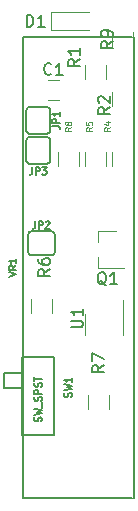
<source format=gto>
G04 #@! TF.FileFunction,Legend,Top*
%FSLAX46Y46*%
G04 Gerber Fmt 4.6, Leading zero omitted, Abs format (unit mm)*
G04 Created by KiCad (PCBNEW 4.0.7) date 02/04/18 11:48:37*
%MOMM*%
%LPD*%
G01*
G04 APERTURE LIST*
%ADD10C,0.100000*%
%ADD11C,0.120000*%
%ADD12C,0.152400*%
%ADD13C,0.150000*%
%ADD14C,0.203200*%
%ADD15C,0.127000*%
%ADD16C,0.125000*%
G04 APERTURE END LIST*
D10*
D11*
X161028000Y-83478000D02*
X160028000Y-83478000D01*
X160028000Y-85178000D02*
X161028000Y-85178000D01*
X163560000Y-79236000D02*
X160360000Y-79236000D01*
X160360000Y-77736000D02*
X163560000Y-77736000D01*
X160360000Y-77736000D02*
X160360000Y-79236000D01*
D12*
X160274000Y-86004400D02*
X160274000Y-87731600D01*
X160020000Y-85750400D02*
X158496000Y-85750400D01*
X160020000Y-87985600D02*
X158496000Y-87985600D01*
X158242000Y-87731600D02*
X158242000Y-86004400D01*
X158496000Y-85750400D02*
G75*
G03X158242000Y-86004400I0J-254000D01*
G01*
X158242000Y-87731600D02*
G75*
G03X158496000Y-87985600I254000J0D01*
G01*
X160020000Y-87985600D02*
G75*
G03X160274000Y-87731600I0J254000D01*
G01*
X160274000Y-86004400D02*
G75*
G03X160020000Y-85750400I-254000J0D01*
G01*
X160375600Y-98298000D02*
X158648400Y-98298000D01*
X160629600Y-98044000D02*
X160629600Y-96520000D01*
X158394400Y-98044000D02*
X158394400Y-96520000D01*
X158648400Y-96266000D02*
X160375600Y-96266000D01*
X160629600Y-96520000D02*
G75*
G03X160375600Y-96266000I-254000J0D01*
G01*
X158648400Y-96266000D02*
G75*
G03X158394400Y-96520000I0J-254000D01*
G01*
X158394400Y-98044000D02*
G75*
G03X158648400Y-98298000I254000J0D01*
G01*
X160375600Y-98298000D02*
G75*
G03X160629600Y-98044000I0J254000D01*
G01*
X158242000Y-90271600D02*
X158242000Y-88544400D01*
X158496000Y-90525600D02*
X160020000Y-90525600D01*
X158496000Y-88290400D02*
X160020000Y-88290400D01*
X160274000Y-88544400D02*
X160274000Y-90271600D01*
X160020000Y-90525600D02*
G75*
G03X160274000Y-90271600I0J254000D01*
G01*
X160274000Y-88544400D02*
G75*
G03X160020000Y-88290400I-254000J0D01*
G01*
X158496000Y-88290400D02*
G75*
G03X158242000Y-88544400I0J-254000D01*
G01*
X158242000Y-90271600D02*
G75*
G03X158496000Y-90525600I254000J0D01*
G01*
D11*
X163204000Y-83404000D02*
X163204000Y-82204000D01*
X164964000Y-82204000D02*
X164964000Y-83404000D01*
X165490000Y-85690000D02*
X165490000Y-84490000D01*
X167250000Y-84490000D02*
X167250000Y-85690000D01*
X163204000Y-90770000D02*
X163204000Y-89570000D01*
X164964000Y-89570000D02*
X164964000Y-90770000D01*
X167250000Y-89570000D02*
X167250000Y-90770000D01*
X165490000Y-90770000D02*
X165490000Y-89570000D01*
X158632000Y-103216000D02*
X158632000Y-102016000D01*
X160392000Y-102016000D02*
X160392000Y-103216000D01*
X165218000Y-110144000D02*
X165218000Y-111344000D01*
X163458000Y-111344000D02*
X163458000Y-110144000D01*
X160918000Y-90770000D02*
X160918000Y-89570000D01*
X162678000Y-89570000D02*
X162678000Y-90770000D01*
X167250000Y-79410000D02*
X167250000Y-80610000D01*
X165490000Y-80610000D02*
X165490000Y-79410000D01*
X163236000Y-103240000D02*
X163236000Y-105040000D01*
X166456000Y-105040000D02*
X166456000Y-102090000D01*
D13*
X157858000Y-109536000D02*
X156358000Y-109536000D01*
X156358000Y-109536000D02*
X156358000Y-108236000D01*
X156358000Y-108236000D02*
X157858000Y-108236000D01*
X160608000Y-106936000D02*
X157908000Y-106936000D01*
X160608000Y-106936000D02*
X160608000Y-113536000D01*
X160608000Y-113536000D02*
X157908000Y-113536000D01*
X157908000Y-106936000D02*
X157908000Y-113536000D01*
D14*
X167185000Y-118814000D02*
X157935000Y-118814000D01*
X157935000Y-118814000D02*
X157935000Y-79814000D01*
X167309800Y-118814000D02*
X167309800Y-79814000D01*
X167185000Y-79814000D02*
X157935000Y-79814000D01*
D11*
X164340000Y-96210000D02*
X164340000Y-97140000D01*
X164340000Y-99370000D02*
X164340000Y-98440000D01*
X164340000Y-99370000D02*
X166500000Y-99370000D01*
X164340000Y-96210000D02*
X165800000Y-96210000D01*
D13*
X160361334Y-82935143D02*
X160313715Y-82982762D01*
X160170858Y-83030381D01*
X160075620Y-83030381D01*
X159932762Y-82982762D01*
X159837524Y-82887524D01*
X159789905Y-82792286D01*
X159742286Y-82601810D01*
X159742286Y-82458952D01*
X159789905Y-82268476D01*
X159837524Y-82173238D01*
X159932762Y-82078000D01*
X160075620Y-82030381D01*
X160170858Y-82030381D01*
X160313715Y-82078000D01*
X160361334Y-82125619D01*
X161313715Y-83030381D02*
X160742286Y-83030381D01*
X161028000Y-83030381D02*
X161028000Y-82030381D01*
X160932762Y-82173238D01*
X160837524Y-82268476D01*
X160742286Y-82316095D01*
X158265905Y-78938381D02*
X158265905Y-77938381D01*
X158504000Y-77938381D01*
X158646858Y-77986000D01*
X158742096Y-78081238D01*
X158789715Y-78176476D01*
X158837334Y-78366952D01*
X158837334Y-78509810D01*
X158789715Y-78700286D01*
X158742096Y-78795524D01*
X158646858Y-78890762D01*
X158504000Y-78938381D01*
X158265905Y-78938381D01*
X159789715Y-78938381D02*
X159218286Y-78938381D01*
X159504000Y-78938381D02*
X159504000Y-77938381D01*
X159408762Y-78081238D01*
X159313524Y-78176476D01*
X159218286Y-78224095D01*
D15*
X160448171Y-87376000D02*
X160883600Y-87376000D01*
X160970686Y-87405028D01*
X161028743Y-87463085D01*
X161057771Y-87550171D01*
X161057771Y-87608228D01*
X161057771Y-87085714D02*
X160448171Y-87085714D01*
X160448171Y-86853486D01*
X160477200Y-86795428D01*
X160506229Y-86766400D01*
X160564286Y-86737371D01*
X160651371Y-86737371D01*
X160709429Y-86766400D01*
X160738457Y-86795428D01*
X160767486Y-86853486D01*
X160767486Y-87085714D01*
X161057771Y-86156800D02*
X161057771Y-86505143D01*
X161057771Y-86330971D02*
X160448171Y-86330971D01*
X160535257Y-86389028D01*
X160593314Y-86447086D01*
X160622343Y-86505143D01*
X159004000Y-95424171D02*
X159004000Y-95859600D01*
X158974972Y-95946686D01*
X158916915Y-96004743D01*
X158829829Y-96033771D01*
X158771772Y-96033771D01*
X159294286Y-96033771D02*
X159294286Y-95424171D01*
X159526514Y-95424171D01*
X159584572Y-95453200D01*
X159613600Y-95482229D01*
X159642629Y-95540286D01*
X159642629Y-95627371D01*
X159613600Y-95685429D01*
X159584572Y-95714457D01*
X159526514Y-95743486D01*
X159294286Y-95743486D01*
X159874857Y-95482229D02*
X159903886Y-95453200D01*
X159961943Y-95424171D01*
X160107086Y-95424171D01*
X160165143Y-95453200D01*
X160194172Y-95482229D01*
X160223200Y-95540286D01*
X160223200Y-95598343D01*
X160194172Y-95685429D01*
X159845829Y-96033771D01*
X160223200Y-96033771D01*
X158750000Y-90852171D02*
X158750000Y-91287600D01*
X158720972Y-91374686D01*
X158662915Y-91432743D01*
X158575829Y-91461771D01*
X158517772Y-91461771D01*
X159040286Y-91461771D02*
X159040286Y-90852171D01*
X159272514Y-90852171D01*
X159330572Y-90881200D01*
X159359600Y-90910229D01*
X159388629Y-90968286D01*
X159388629Y-91055371D01*
X159359600Y-91113429D01*
X159330572Y-91142457D01*
X159272514Y-91171486D01*
X159040286Y-91171486D01*
X159591829Y-90852171D02*
X159969200Y-90852171D01*
X159766000Y-91084400D01*
X159853086Y-91084400D01*
X159911143Y-91113429D01*
X159940172Y-91142457D01*
X159969200Y-91200514D01*
X159969200Y-91345657D01*
X159940172Y-91403714D01*
X159911143Y-91432743D01*
X159853086Y-91461771D01*
X159678914Y-91461771D01*
X159620857Y-91432743D01*
X159591829Y-91403714D01*
D13*
X162758381Y-81700666D02*
X162282190Y-82034000D01*
X162758381Y-82272095D02*
X161758381Y-82272095D01*
X161758381Y-81891142D01*
X161806000Y-81795904D01*
X161853619Y-81748285D01*
X161948857Y-81700666D01*
X162091714Y-81700666D01*
X162186952Y-81748285D01*
X162234571Y-81795904D01*
X162282190Y-81891142D01*
X162282190Y-82272095D01*
X162758381Y-80748285D02*
X162758381Y-81319714D01*
X162758381Y-81034000D02*
X161758381Y-81034000D01*
X161901238Y-81129238D01*
X161996476Y-81224476D01*
X162044095Y-81319714D01*
X165298381Y-85764666D02*
X164822190Y-86098000D01*
X165298381Y-86336095D02*
X164298381Y-86336095D01*
X164298381Y-85955142D01*
X164346000Y-85859904D01*
X164393619Y-85812285D01*
X164488857Y-85764666D01*
X164631714Y-85764666D01*
X164726952Y-85812285D01*
X164774571Y-85859904D01*
X164822190Y-85955142D01*
X164822190Y-86336095D01*
X164393619Y-85383714D02*
X164346000Y-85336095D01*
X164298381Y-85240857D01*
X164298381Y-85002761D01*
X164346000Y-84907523D01*
X164393619Y-84859904D01*
X164488857Y-84812285D01*
X164584095Y-84812285D01*
X164726952Y-84859904D01*
X165298381Y-85431333D01*
X165298381Y-84812285D01*
D16*
X165326190Y-87459333D02*
X165088095Y-87626000D01*
X165326190Y-87745047D02*
X164826190Y-87745047D01*
X164826190Y-87554571D01*
X164850000Y-87506952D01*
X164873810Y-87483143D01*
X164921429Y-87459333D01*
X164992857Y-87459333D01*
X165040476Y-87483143D01*
X165064286Y-87506952D01*
X165088095Y-87554571D01*
X165088095Y-87745047D01*
X164992857Y-87030762D02*
X165326190Y-87030762D01*
X164802381Y-87149809D02*
X165159524Y-87268857D01*
X165159524Y-86959333D01*
X163802190Y-87459333D02*
X163564095Y-87626000D01*
X163802190Y-87745047D02*
X163302190Y-87745047D01*
X163302190Y-87554571D01*
X163326000Y-87506952D01*
X163349810Y-87483143D01*
X163397429Y-87459333D01*
X163468857Y-87459333D01*
X163516476Y-87483143D01*
X163540286Y-87506952D01*
X163564095Y-87554571D01*
X163564095Y-87745047D01*
X163302190Y-87006952D02*
X163302190Y-87245047D01*
X163540286Y-87268857D01*
X163516476Y-87245047D01*
X163492667Y-87197428D01*
X163492667Y-87078381D01*
X163516476Y-87030762D01*
X163540286Y-87006952D01*
X163587905Y-86983143D01*
X163706952Y-86983143D01*
X163754571Y-87006952D01*
X163778381Y-87030762D01*
X163802190Y-87078381D01*
X163802190Y-87197428D01*
X163778381Y-87245047D01*
X163754571Y-87268857D01*
D13*
X160218381Y-99480666D02*
X159742190Y-99814000D01*
X160218381Y-100052095D02*
X159218381Y-100052095D01*
X159218381Y-99671142D01*
X159266000Y-99575904D01*
X159313619Y-99528285D01*
X159408857Y-99480666D01*
X159551714Y-99480666D01*
X159646952Y-99528285D01*
X159694571Y-99575904D01*
X159742190Y-99671142D01*
X159742190Y-100052095D01*
X159218381Y-98623523D02*
X159218381Y-98814000D01*
X159266000Y-98909238D01*
X159313619Y-98956857D01*
X159456476Y-99052095D01*
X159646952Y-99099714D01*
X160027905Y-99099714D01*
X160123143Y-99052095D01*
X160170762Y-99004476D01*
X160218381Y-98909238D01*
X160218381Y-98718761D01*
X160170762Y-98623523D01*
X160123143Y-98575904D01*
X160027905Y-98528285D01*
X159789810Y-98528285D01*
X159694571Y-98575904D01*
X159646952Y-98623523D01*
X159599333Y-98718761D01*
X159599333Y-98909238D01*
X159646952Y-99004476D01*
X159694571Y-99052095D01*
X159789810Y-99099714D01*
X164790381Y-107608666D02*
X164314190Y-107942000D01*
X164790381Y-108180095D02*
X163790381Y-108180095D01*
X163790381Y-107799142D01*
X163838000Y-107703904D01*
X163885619Y-107656285D01*
X163980857Y-107608666D01*
X164123714Y-107608666D01*
X164218952Y-107656285D01*
X164266571Y-107703904D01*
X164314190Y-107799142D01*
X164314190Y-108180095D01*
X163790381Y-107275333D02*
X163790381Y-106608666D01*
X164790381Y-107037238D01*
D16*
X162024190Y-87459333D02*
X161786095Y-87626000D01*
X162024190Y-87745047D02*
X161524190Y-87745047D01*
X161524190Y-87554571D01*
X161548000Y-87506952D01*
X161571810Y-87483143D01*
X161619429Y-87459333D01*
X161690857Y-87459333D01*
X161738476Y-87483143D01*
X161762286Y-87506952D01*
X161786095Y-87554571D01*
X161786095Y-87745047D01*
X161738476Y-87173619D02*
X161714667Y-87221238D01*
X161690857Y-87245047D01*
X161643238Y-87268857D01*
X161619429Y-87268857D01*
X161571810Y-87245047D01*
X161548000Y-87221238D01*
X161524190Y-87173619D01*
X161524190Y-87078381D01*
X161548000Y-87030762D01*
X161571810Y-87006952D01*
X161619429Y-86983143D01*
X161643238Y-86983143D01*
X161690857Y-87006952D01*
X161714667Y-87030762D01*
X161738476Y-87078381D01*
X161738476Y-87173619D01*
X161762286Y-87221238D01*
X161786095Y-87245047D01*
X161833714Y-87268857D01*
X161928952Y-87268857D01*
X161976571Y-87245047D01*
X162000381Y-87221238D01*
X162024190Y-87173619D01*
X162024190Y-87078381D01*
X162000381Y-87030762D01*
X161976571Y-87006952D01*
X161928952Y-86983143D01*
X161833714Y-86983143D01*
X161786095Y-87006952D01*
X161762286Y-87030762D01*
X161738476Y-87078381D01*
D13*
X165552381Y-80176666D02*
X165076190Y-80510000D01*
X165552381Y-80748095D02*
X164552381Y-80748095D01*
X164552381Y-80367142D01*
X164600000Y-80271904D01*
X164647619Y-80224285D01*
X164742857Y-80176666D01*
X164885714Y-80176666D01*
X164980952Y-80224285D01*
X165028571Y-80271904D01*
X165076190Y-80367142D01*
X165076190Y-80748095D01*
X165552381Y-79700476D02*
X165552381Y-79510000D01*
X165504762Y-79414761D01*
X165457143Y-79367142D01*
X165314286Y-79271904D01*
X165123810Y-79224285D01*
X164742857Y-79224285D01*
X164647619Y-79271904D01*
X164600000Y-79319523D01*
X164552381Y-79414761D01*
X164552381Y-79605238D01*
X164600000Y-79700476D01*
X164647619Y-79748095D01*
X164742857Y-79795714D01*
X164980952Y-79795714D01*
X165076190Y-79748095D01*
X165123810Y-79700476D01*
X165171429Y-79605238D01*
X165171429Y-79414761D01*
X165123810Y-79319523D01*
X165076190Y-79271904D01*
X164980952Y-79224285D01*
X162012381Y-104393905D02*
X162821905Y-104393905D01*
X162917143Y-104346286D01*
X162964762Y-104298667D01*
X163012381Y-104203429D01*
X163012381Y-104012952D01*
X162964762Y-103917714D01*
X162917143Y-103870095D01*
X162821905Y-103822476D01*
X162012381Y-103822476D01*
X163012381Y-102822476D02*
X163012381Y-103393905D01*
X163012381Y-103108191D02*
X162012381Y-103108191D01*
X162155238Y-103203429D01*
X162250476Y-103298667D01*
X162298095Y-103393905D01*
D15*
X162044743Y-110286800D02*
X162073771Y-110199714D01*
X162073771Y-110054571D01*
X162044743Y-109996514D01*
X162015714Y-109967485D01*
X161957657Y-109938457D01*
X161899600Y-109938457D01*
X161841543Y-109967485D01*
X161812514Y-109996514D01*
X161783486Y-110054571D01*
X161754457Y-110170685D01*
X161725429Y-110228743D01*
X161696400Y-110257771D01*
X161638343Y-110286800D01*
X161580286Y-110286800D01*
X161522229Y-110257771D01*
X161493200Y-110228743D01*
X161464171Y-110170685D01*
X161464171Y-110025543D01*
X161493200Y-109938457D01*
X161464171Y-109735257D02*
X162073771Y-109590114D01*
X161638343Y-109474000D01*
X162073771Y-109357886D01*
X161464171Y-109212743D01*
X162073771Y-108661200D02*
X162073771Y-109009543D01*
X162073771Y-108835371D02*
X161464171Y-108835371D01*
X161551257Y-108893428D01*
X161609314Y-108951486D01*
X161638343Y-109009543D01*
X159504743Y-112362342D02*
X159533771Y-112275256D01*
X159533771Y-112130113D01*
X159504743Y-112072056D01*
X159475714Y-112043027D01*
X159417657Y-112013999D01*
X159359600Y-112013999D01*
X159301543Y-112043027D01*
X159272514Y-112072056D01*
X159243486Y-112130113D01*
X159214457Y-112246227D01*
X159185429Y-112304285D01*
X159156400Y-112333313D01*
X159098343Y-112362342D01*
X159040286Y-112362342D01*
X158982229Y-112333313D01*
X158953200Y-112304285D01*
X158924171Y-112246227D01*
X158924171Y-112101085D01*
X158953200Y-112013999D01*
X158924171Y-111810799D02*
X159533771Y-111665656D01*
X159098343Y-111549542D01*
X159533771Y-111433428D01*
X158924171Y-111288285D01*
X159591829Y-111201199D02*
X159591829Y-110736742D01*
X159504743Y-110620628D02*
X159533771Y-110533542D01*
X159533771Y-110388399D01*
X159504743Y-110330342D01*
X159475714Y-110301313D01*
X159417657Y-110272285D01*
X159359600Y-110272285D01*
X159301543Y-110301313D01*
X159272514Y-110330342D01*
X159243486Y-110388399D01*
X159214457Y-110504513D01*
X159185429Y-110562571D01*
X159156400Y-110591599D01*
X159098343Y-110620628D01*
X159040286Y-110620628D01*
X158982229Y-110591599D01*
X158953200Y-110562571D01*
X158924171Y-110504513D01*
X158924171Y-110359371D01*
X158953200Y-110272285D01*
X159533771Y-110011028D02*
X158924171Y-110011028D01*
X158924171Y-109778800D01*
X158953200Y-109720742D01*
X158982229Y-109691714D01*
X159040286Y-109662685D01*
X159127371Y-109662685D01*
X159185429Y-109691714D01*
X159214457Y-109720742D01*
X159243486Y-109778800D01*
X159243486Y-110011028D01*
X159504743Y-109430457D02*
X159533771Y-109343371D01*
X159533771Y-109198228D01*
X159504743Y-109140171D01*
X159475714Y-109111142D01*
X159417657Y-109082114D01*
X159359600Y-109082114D01*
X159301543Y-109111142D01*
X159272514Y-109140171D01*
X159243486Y-109198228D01*
X159214457Y-109314342D01*
X159185429Y-109372400D01*
X159156400Y-109401428D01*
X159098343Y-109430457D01*
X159040286Y-109430457D01*
X158982229Y-109401428D01*
X158953200Y-109372400D01*
X158924171Y-109314342D01*
X158924171Y-109169200D01*
X158953200Y-109082114D01*
X158924171Y-108907943D02*
X158924171Y-108559600D01*
X159533771Y-108733771D02*
X158924171Y-108733771D01*
X156765171Y-100112285D02*
X157374771Y-99909085D01*
X156765171Y-99705885D01*
X157374771Y-99154342D02*
X157084486Y-99357542D01*
X157374771Y-99502685D02*
X156765171Y-99502685D01*
X156765171Y-99270457D01*
X156794200Y-99212399D01*
X156823229Y-99183371D01*
X156881286Y-99154342D01*
X156968371Y-99154342D01*
X157026429Y-99183371D01*
X157055457Y-99212399D01*
X157084486Y-99270457D01*
X157084486Y-99502685D01*
X157374771Y-98573771D02*
X157374771Y-98922114D01*
X157374771Y-98747942D02*
X156765171Y-98747942D01*
X156852257Y-98805999D01*
X156910314Y-98864057D01*
X156939343Y-98922114D01*
D13*
X165004762Y-100837619D02*
X164909524Y-100790000D01*
X164814286Y-100694762D01*
X164671429Y-100551905D01*
X164576190Y-100504286D01*
X164480952Y-100504286D01*
X164528571Y-100742381D02*
X164433333Y-100694762D01*
X164338095Y-100599524D01*
X164290476Y-100409048D01*
X164290476Y-100075714D01*
X164338095Y-99885238D01*
X164433333Y-99790000D01*
X164528571Y-99742381D01*
X164719048Y-99742381D01*
X164814286Y-99790000D01*
X164909524Y-99885238D01*
X164957143Y-100075714D01*
X164957143Y-100409048D01*
X164909524Y-100599524D01*
X164814286Y-100694762D01*
X164719048Y-100742381D01*
X164528571Y-100742381D01*
X165909524Y-100742381D02*
X165338095Y-100742381D01*
X165623809Y-100742381D02*
X165623809Y-99742381D01*
X165528571Y-99885238D01*
X165433333Y-99980476D01*
X165338095Y-100028095D01*
M02*

</source>
